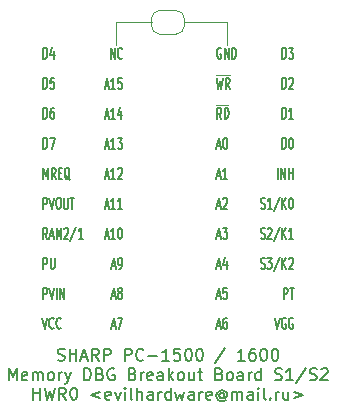
<source format=gbr>
G04 #@! TF.GenerationSoftware,KiCad,Pcbnew,(5.1.5)-3*
G04 #@! TF.CreationDate,2020-01-25T19:38:27+03:00*
G04 #@! TF.ProjectId,Sharp PC-1600 MemCard,53686172-7020-4504-932d-31363030204d,rev?*
G04 #@! TF.SameCoordinates,Original*
G04 #@! TF.FileFunction,Legend,Top*
G04 #@! TF.FilePolarity,Positive*
%FSLAX46Y46*%
G04 Gerber Fmt 4.6, Leading zero omitted, Abs format (unit mm)*
G04 Created by KiCad (PCBNEW (5.1.5)-3) date 2020-01-25 19:38:27*
%MOMM*%
%LPD*%
G04 APERTURE LIST*
%ADD10C,0.120000*%
%ADD11C,0.150000*%
G04 APERTURE END LIST*
D10*
X152908000Y-64135000D02*
X152908000Y-66040000D01*
X149352000Y-64135000D02*
X152908000Y-64135000D01*
X143510000Y-64135000D02*
X143510000Y-66040000D01*
X143637000Y-64135000D02*
X143510000Y-64135000D01*
X146558000Y-64135000D02*
X143637000Y-64135000D01*
X152019000Y-68580000D02*
X153162000Y-68580000D01*
X152019000Y-71120000D02*
X153035000Y-71120000D01*
D11*
X138621666Y-92734761D02*
X138764523Y-92782380D01*
X139002619Y-92782380D01*
X139097857Y-92734761D01*
X139145476Y-92687142D01*
X139193095Y-92591904D01*
X139193095Y-92496666D01*
X139145476Y-92401428D01*
X139097857Y-92353809D01*
X139002619Y-92306190D01*
X138812142Y-92258571D01*
X138716904Y-92210952D01*
X138669285Y-92163333D01*
X138621666Y-92068095D01*
X138621666Y-91972857D01*
X138669285Y-91877619D01*
X138716904Y-91830000D01*
X138812142Y-91782380D01*
X139050238Y-91782380D01*
X139193095Y-91830000D01*
X139621666Y-92782380D02*
X139621666Y-91782380D01*
X139621666Y-92258571D02*
X140193095Y-92258571D01*
X140193095Y-92782380D02*
X140193095Y-91782380D01*
X140621666Y-92496666D02*
X141097857Y-92496666D01*
X140526428Y-92782380D02*
X140859761Y-91782380D01*
X141193095Y-92782380D01*
X142097857Y-92782380D02*
X141764523Y-92306190D01*
X141526428Y-92782380D02*
X141526428Y-91782380D01*
X141907380Y-91782380D01*
X142002619Y-91830000D01*
X142050238Y-91877619D01*
X142097857Y-91972857D01*
X142097857Y-92115714D01*
X142050238Y-92210952D01*
X142002619Y-92258571D01*
X141907380Y-92306190D01*
X141526428Y-92306190D01*
X142526428Y-92782380D02*
X142526428Y-91782380D01*
X142907380Y-91782380D01*
X143002619Y-91830000D01*
X143050238Y-91877619D01*
X143097857Y-91972857D01*
X143097857Y-92115714D01*
X143050238Y-92210952D01*
X143002619Y-92258571D01*
X142907380Y-92306190D01*
X142526428Y-92306190D01*
X144288333Y-92782380D02*
X144288333Y-91782380D01*
X144669285Y-91782380D01*
X144764523Y-91830000D01*
X144812142Y-91877619D01*
X144859761Y-91972857D01*
X144859761Y-92115714D01*
X144812142Y-92210952D01*
X144764523Y-92258571D01*
X144669285Y-92306190D01*
X144288333Y-92306190D01*
X145859761Y-92687142D02*
X145812142Y-92734761D01*
X145669285Y-92782380D01*
X145574047Y-92782380D01*
X145431190Y-92734761D01*
X145335952Y-92639523D01*
X145288333Y-92544285D01*
X145240714Y-92353809D01*
X145240714Y-92210952D01*
X145288333Y-92020476D01*
X145335952Y-91925238D01*
X145431190Y-91830000D01*
X145574047Y-91782380D01*
X145669285Y-91782380D01*
X145812142Y-91830000D01*
X145859761Y-91877619D01*
X146288333Y-92401428D02*
X147050238Y-92401428D01*
X148050238Y-92782380D02*
X147478809Y-92782380D01*
X147764523Y-92782380D02*
X147764523Y-91782380D01*
X147669285Y-91925238D01*
X147574047Y-92020476D01*
X147478809Y-92068095D01*
X148955000Y-91782380D02*
X148478809Y-91782380D01*
X148431190Y-92258571D01*
X148478809Y-92210952D01*
X148574047Y-92163333D01*
X148812142Y-92163333D01*
X148907380Y-92210952D01*
X148955000Y-92258571D01*
X149002619Y-92353809D01*
X149002619Y-92591904D01*
X148955000Y-92687142D01*
X148907380Y-92734761D01*
X148812142Y-92782380D01*
X148574047Y-92782380D01*
X148478809Y-92734761D01*
X148431190Y-92687142D01*
X149621666Y-91782380D02*
X149716904Y-91782380D01*
X149812142Y-91830000D01*
X149859761Y-91877619D01*
X149907380Y-91972857D01*
X149955000Y-92163333D01*
X149955000Y-92401428D01*
X149907380Y-92591904D01*
X149859761Y-92687142D01*
X149812142Y-92734761D01*
X149716904Y-92782380D01*
X149621666Y-92782380D01*
X149526428Y-92734761D01*
X149478809Y-92687142D01*
X149431190Y-92591904D01*
X149383571Y-92401428D01*
X149383571Y-92163333D01*
X149431190Y-91972857D01*
X149478809Y-91877619D01*
X149526428Y-91830000D01*
X149621666Y-91782380D01*
X150574047Y-91782380D02*
X150669285Y-91782380D01*
X150764523Y-91830000D01*
X150812142Y-91877619D01*
X150859761Y-91972857D01*
X150907380Y-92163333D01*
X150907380Y-92401428D01*
X150859761Y-92591904D01*
X150812142Y-92687142D01*
X150764523Y-92734761D01*
X150669285Y-92782380D01*
X150574047Y-92782380D01*
X150478809Y-92734761D01*
X150431190Y-92687142D01*
X150383571Y-92591904D01*
X150335952Y-92401428D01*
X150335952Y-92163333D01*
X150383571Y-91972857D01*
X150431190Y-91877619D01*
X150478809Y-91830000D01*
X150574047Y-91782380D01*
X152812142Y-91734761D02*
X151955000Y-93020476D01*
X154431190Y-92782380D02*
X153859761Y-92782380D01*
X154145476Y-92782380D02*
X154145476Y-91782380D01*
X154050238Y-91925238D01*
X153955000Y-92020476D01*
X153859761Y-92068095D01*
X155288333Y-91782380D02*
X155097857Y-91782380D01*
X155002619Y-91830000D01*
X154955000Y-91877619D01*
X154859761Y-92020476D01*
X154812142Y-92210952D01*
X154812142Y-92591904D01*
X154859761Y-92687142D01*
X154907380Y-92734761D01*
X155002619Y-92782380D01*
X155193095Y-92782380D01*
X155288333Y-92734761D01*
X155335952Y-92687142D01*
X155383571Y-92591904D01*
X155383571Y-92353809D01*
X155335952Y-92258571D01*
X155288333Y-92210952D01*
X155193095Y-92163333D01*
X155002619Y-92163333D01*
X154907380Y-92210952D01*
X154859761Y-92258571D01*
X154812142Y-92353809D01*
X156002619Y-91782380D02*
X156097857Y-91782380D01*
X156193095Y-91830000D01*
X156240714Y-91877619D01*
X156288333Y-91972857D01*
X156335952Y-92163333D01*
X156335952Y-92401428D01*
X156288333Y-92591904D01*
X156240714Y-92687142D01*
X156193095Y-92734761D01*
X156097857Y-92782380D01*
X156002619Y-92782380D01*
X155907380Y-92734761D01*
X155859761Y-92687142D01*
X155812142Y-92591904D01*
X155764523Y-92401428D01*
X155764523Y-92163333D01*
X155812142Y-91972857D01*
X155859761Y-91877619D01*
X155907380Y-91830000D01*
X156002619Y-91782380D01*
X156955000Y-91782380D02*
X157050238Y-91782380D01*
X157145476Y-91830000D01*
X157193095Y-91877619D01*
X157240714Y-91972857D01*
X157288333Y-92163333D01*
X157288333Y-92401428D01*
X157240714Y-92591904D01*
X157193095Y-92687142D01*
X157145476Y-92734761D01*
X157050238Y-92782380D01*
X156955000Y-92782380D01*
X156859761Y-92734761D01*
X156812142Y-92687142D01*
X156764523Y-92591904D01*
X156716904Y-92401428D01*
X156716904Y-92163333D01*
X156764523Y-91972857D01*
X156812142Y-91877619D01*
X156859761Y-91830000D01*
X156955000Y-91782380D01*
X134478809Y-94432380D02*
X134478809Y-93432380D01*
X134812142Y-94146666D01*
X135145476Y-93432380D01*
X135145476Y-94432380D01*
X136002619Y-94384761D02*
X135907380Y-94432380D01*
X135716904Y-94432380D01*
X135621666Y-94384761D01*
X135574047Y-94289523D01*
X135574047Y-93908571D01*
X135621666Y-93813333D01*
X135716904Y-93765714D01*
X135907380Y-93765714D01*
X136002619Y-93813333D01*
X136050238Y-93908571D01*
X136050238Y-94003809D01*
X135574047Y-94099047D01*
X136478809Y-94432380D02*
X136478809Y-93765714D01*
X136478809Y-93860952D02*
X136526428Y-93813333D01*
X136621666Y-93765714D01*
X136764523Y-93765714D01*
X136859761Y-93813333D01*
X136907380Y-93908571D01*
X136907380Y-94432380D01*
X136907380Y-93908571D02*
X136954999Y-93813333D01*
X137050238Y-93765714D01*
X137193095Y-93765714D01*
X137288333Y-93813333D01*
X137335952Y-93908571D01*
X137335952Y-94432380D01*
X137954999Y-94432380D02*
X137859761Y-94384761D01*
X137812142Y-94337142D01*
X137764523Y-94241904D01*
X137764523Y-93956190D01*
X137812142Y-93860952D01*
X137859761Y-93813333D01*
X137954999Y-93765714D01*
X138097857Y-93765714D01*
X138193095Y-93813333D01*
X138240714Y-93860952D01*
X138288333Y-93956190D01*
X138288333Y-94241904D01*
X138240714Y-94337142D01*
X138193095Y-94384761D01*
X138097857Y-94432380D01*
X137954999Y-94432380D01*
X138716904Y-94432380D02*
X138716904Y-93765714D01*
X138716904Y-93956190D02*
X138764523Y-93860952D01*
X138812142Y-93813333D01*
X138907380Y-93765714D01*
X139002619Y-93765714D01*
X139240714Y-93765714D02*
X139478809Y-94432380D01*
X139716904Y-93765714D02*
X139478809Y-94432380D01*
X139383571Y-94670476D01*
X139335952Y-94718095D01*
X139240714Y-94765714D01*
X140859761Y-94432380D02*
X140859761Y-93432380D01*
X141097857Y-93432380D01*
X141240714Y-93480000D01*
X141335952Y-93575238D01*
X141383571Y-93670476D01*
X141431190Y-93860952D01*
X141431190Y-94003809D01*
X141383571Y-94194285D01*
X141335952Y-94289523D01*
X141240714Y-94384761D01*
X141097857Y-94432380D01*
X140859761Y-94432380D01*
X142193095Y-93908571D02*
X142335952Y-93956190D01*
X142383571Y-94003809D01*
X142431190Y-94099047D01*
X142431190Y-94241904D01*
X142383571Y-94337142D01*
X142335952Y-94384761D01*
X142240714Y-94432380D01*
X141859761Y-94432380D01*
X141859761Y-93432380D01*
X142193095Y-93432380D01*
X142288333Y-93480000D01*
X142335952Y-93527619D01*
X142383571Y-93622857D01*
X142383571Y-93718095D01*
X142335952Y-93813333D01*
X142288333Y-93860952D01*
X142193095Y-93908571D01*
X141859761Y-93908571D01*
X143383571Y-93480000D02*
X143288333Y-93432380D01*
X143145476Y-93432380D01*
X143002619Y-93480000D01*
X142907380Y-93575238D01*
X142859761Y-93670476D01*
X142812142Y-93860952D01*
X142812142Y-94003809D01*
X142859761Y-94194285D01*
X142907380Y-94289523D01*
X143002619Y-94384761D01*
X143145476Y-94432380D01*
X143240714Y-94432380D01*
X143383571Y-94384761D01*
X143431190Y-94337142D01*
X143431190Y-94003809D01*
X143240714Y-94003809D01*
X144954999Y-93908571D02*
X145097857Y-93956190D01*
X145145476Y-94003809D01*
X145193095Y-94099047D01*
X145193095Y-94241904D01*
X145145476Y-94337142D01*
X145097857Y-94384761D01*
X145002619Y-94432380D01*
X144621666Y-94432380D01*
X144621666Y-93432380D01*
X144954999Y-93432380D01*
X145050238Y-93480000D01*
X145097857Y-93527619D01*
X145145476Y-93622857D01*
X145145476Y-93718095D01*
X145097857Y-93813333D01*
X145050238Y-93860952D01*
X144954999Y-93908571D01*
X144621666Y-93908571D01*
X145621666Y-94432380D02*
X145621666Y-93765714D01*
X145621666Y-93956190D02*
X145669285Y-93860952D01*
X145716904Y-93813333D01*
X145812142Y-93765714D01*
X145907380Y-93765714D01*
X146621666Y-94384761D02*
X146526428Y-94432380D01*
X146335952Y-94432380D01*
X146240714Y-94384761D01*
X146193095Y-94289523D01*
X146193095Y-93908571D01*
X146240714Y-93813333D01*
X146335952Y-93765714D01*
X146526428Y-93765714D01*
X146621666Y-93813333D01*
X146669285Y-93908571D01*
X146669285Y-94003809D01*
X146193095Y-94099047D01*
X147526428Y-94432380D02*
X147526428Y-93908571D01*
X147478809Y-93813333D01*
X147383571Y-93765714D01*
X147193095Y-93765714D01*
X147097857Y-93813333D01*
X147526428Y-94384761D02*
X147431190Y-94432380D01*
X147193095Y-94432380D01*
X147097857Y-94384761D01*
X147050238Y-94289523D01*
X147050238Y-94194285D01*
X147097857Y-94099047D01*
X147193095Y-94051428D01*
X147431190Y-94051428D01*
X147526428Y-94003809D01*
X148002619Y-94432380D02*
X148002619Y-93432380D01*
X148097857Y-94051428D02*
X148383571Y-94432380D01*
X148383571Y-93765714D02*
X148002619Y-94146666D01*
X148954999Y-94432380D02*
X148859761Y-94384761D01*
X148812142Y-94337142D01*
X148764523Y-94241904D01*
X148764523Y-93956190D01*
X148812142Y-93860952D01*
X148859761Y-93813333D01*
X148954999Y-93765714D01*
X149097857Y-93765714D01*
X149193095Y-93813333D01*
X149240714Y-93860952D01*
X149288333Y-93956190D01*
X149288333Y-94241904D01*
X149240714Y-94337142D01*
X149193095Y-94384761D01*
X149097857Y-94432380D01*
X148954999Y-94432380D01*
X150145476Y-93765714D02*
X150145476Y-94432380D01*
X149716904Y-93765714D02*
X149716904Y-94289523D01*
X149764523Y-94384761D01*
X149859761Y-94432380D01*
X150002619Y-94432380D01*
X150097857Y-94384761D01*
X150145476Y-94337142D01*
X150478809Y-93765714D02*
X150859761Y-93765714D01*
X150621666Y-93432380D02*
X150621666Y-94289523D01*
X150669285Y-94384761D01*
X150764523Y-94432380D01*
X150859761Y-94432380D01*
X152288333Y-93908571D02*
X152431190Y-93956190D01*
X152478809Y-94003809D01*
X152526428Y-94099047D01*
X152526428Y-94241904D01*
X152478809Y-94337142D01*
X152431190Y-94384761D01*
X152335952Y-94432380D01*
X151954999Y-94432380D01*
X151954999Y-93432380D01*
X152288333Y-93432380D01*
X152383571Y-93480000D01*
X152431190Y-93527619D01*
X152478809Y-93622857D01*
X152478809Y-93718095D01*
X152431190Y-93813333D01*
X152383571Y-93860952D01*
X152288333Y-93908571D01*
X151954999Y-93908571D01*
X153097857Y-94432380D02*
X153002619Y-94384761D01*
X152954999Y-94337142D01*
X152907380Y-94241904D01*
X152907380Y-93956190D01*
X152954999Y-93860952D01*
X153002619Y-93813333D01*
X153097857Y-93765714D01*
X153240714Y-93765714D01*
X153335952Y-93813333D01*
X153383571Y-93860952D01*
X153431190Y-93956190D01*
X153431190Y-94241904D01*
X153383571Y-94337142D01*
X153335952Y-94384761D01*
X153240714Y-94432380D01*
X153097857Y-94432380D01*
X154288333Y-94432380D02*
X154288333Y-93908571D01*
X154240714Y-93813333D01*
X154145476Y-93765714D01*
X153954999Y-93765714D01*
X153859761Y-93813333D01*
X154288333Y-94384761D02*
X154193095Y-94432380D01*
X153954999Y-94432380D01*
X153859761Y-94384761D01*
X153812142Y-94289523D01*
X153812142Y-94194285D01*
X153859761Y-94099047D01*
X153954999Y-94051428D01*
X154193095Y-94051428D01*
X154288333Y-94003809D01*
X154764523Y-94432380D02*
X154764523Y-93765714D01*
X154764523Y-93956190D02*
X154812142Y-93860952D01*
X154859761Y-93813333D01*
X154954999Y-93765714D01*
X155050238Y-93765714D01*
X155812142Y-94432380D02*
X155812142Y-93432380D01*
X155812142Y-94384761D02*
X155716904Y-94432380D01*
X155526428Y-94432380D01*
X155431190Y-94384761D01*
X155383571Y-94337142D01*
X155335952Y-94241904D01*
X155335952Y-93956190D01*
X155383571Y-93860952D01*
X155431190Y-93813333D01*
X155526428Y-93765714D01*
X155716904Y-93765714D01*
X155812142Y-93813333D01*
X157002619Y-94384761D02*
X157145476Y-94432380D01*
X157383571Y-94432380D01*
X157478809Y-94384761D01*
X157526428Y-94337142D01*
X157574047Y-94241904D01*
X157574047Y-94146666D01*
X157526428Y-94051428D01*
X157478809Y-94003809D01*
X157383571Y-93956190D01*
X157193095Y-93908571D01*
X157097857Y-93860952D01*
X157050238Y-93813333D01*
X157002619Y-93718095D01*
X157002619Y-93622857D01*
X157050238Y-93527619D01*
X157097857Y-93480000D01*
X157193095Y-93432380D01*
X157431190Y-93432380D01*
X157574047Y-93480000D01*
X158526428Y-94432380D02*
X157954999Y-94432380D01*
X158240714Y-94432380D02*
X158240714Y-93432380D01*
X158145476Y-93575238D01*
X158050238Y-93670476D01*
X157954999Y-93718095D01*
X159669285Y-93384761D02*
X158812142Y-94670476D01*
X159954999Y-94384761D02*
X160097857Y-94432380D01*
X160335952Y-94432380D01*
X160431190Y-94384761D01*
X160478809Y-94337142D01*
X160526428Y-94241904D01*
X160526428Y-94146666D01*
X160478809Y-94051428D01*
X160431190Y-94003809D01*
X160335952Y-93956190D01*
X160145476Y-93908571D01*
X160050238Y-93860952D01*
X160002619Y-93813333D01*
X159954999Y-93718095D01*
X159954999Y-93622857D01*
X160002619Y-93527619D01*
X160050238Y-93480000D01*
X160145476Y-93432380D01*
X160383571Y-93432380D01*
X160526428Y-93480000D01*
X160907380Y-93527619D02*
X160954999Y-93480000D01*
X161050238Y-93432380D01*
X161288333Y-93432380D01*
X161383571Y-93480000D01*
X161431190Y-93527619D01*
X161478809Y-93622857D01*
X161478809Y-93718095D01*
X161431190Y-93860952D01*
X160859761Y-94432380D01*
X161478809Y-94432380D01*
X136550238Y-96082380D02*
X136550238Y-95082380D01*
X136550238Y-95558571D02*
X137121666Y-95558571D01*
X137121666Y-96082380D02*
X137121666Y-95082380D01*
X137502619Y-95082380D02*
X137740714Y-96082380D01*
X137931190Y-95368095D01*
X138121666Y-96082380D01*
X138359761Y-95082380D01*
X139312142Y-96082380D02*
X138978809Y-95606190D01*
X138740714Y-96082380D02*
X138740714Y-95082380D01*
X139121666Y-95082380D01*
X139216904Y-95130000D01*
X139264523Y-95177619D01*
X139312142Y-95272857D01*
X139312142Y-95415714D01*
X139264523Y-95510952D01*
X139216904Y-95558571D01*
X139121666Y-95606190D01*
X138740714Y-95606190D01*
X139931190Y-95082380D02*
X140026428Y-95082380D01*
X140121666Y-95130000D01*
X140169285Y-95177619D01*
X140216904Y-95272857D01*
X140264523Y-95463333D01*
X140264523Y-95701428D01*
X140216904Y-95891904D01*
X140169285Y-95987142D01*
X140121666Y-96034761D01*
X140026428Y-96082380D01*
X139931190Y-96082380D01*
X139835952Y-96034761D01*
X139788333Y-95987142D01*
X139740714Y-95891904D01*
X139693095Y-95701428D01*
X139693095Y-95463333D01*
X139740714Y-95272857D01*
X139788333Y-95177619D01*
X139835952Y-95130000D01*
X139931190Y-95082380D01*
X142216904Y-95415714D02*
X141455000Y-95701428D01*
X142216904Y-95987142D01*
X143074047Y-96034761D02*
X142978809Y-96082380D01*
X142788333Y-96082380D01*
X142693095Y-96034761D01*
X142645476Y-95939523D01*
X142645476Y-95558571D01*
X142693095Y-95463333D01*
X142788333Y-95415714D01*
X142978809Y-95415714D01*
X143074047Y-95463333D01*
X143121666Y-95558571D01*
X143121666Y-95653809D01*
X142645476Y-95749047D01*
X143455000Y-95415714D02*
X143693095Y-96082380D01*
X143931190Y-95415714D01*
X144312142Y-96082380D02*
X144312142Y-95415714D01*
X144312142Y-95082380D02*
X144264523Y-95130000D01*
X144312142Y-95177619D01*
X144359761Y-95130000D01*
X144312142Y-95082380D01*
X144312142Y-95177619D01*
X144931190Y-96082380D02*
X144835952Y-96034761D01*
X144788333Y-95939523D01*
X144788333Y-95082380D01*
X145312142Y-96082380D02*
X145312142Y-95082380D01*
X145740714Y-96082380D02*
X145740714Y-95558571D01*
X145693095Y-95463333D01*
X145597857Y-95415714D01*
X145455000Y-95415714D01*
X145359761Y-95463333D01*
X145312142Y-95510952D01*
X146645476Y-96082380D02*
X146645476Y-95558571D01*
X146597857Y-95463333D01*
X146502619Y-95415714D01*
X146312142Y-95415714D01*
X146216904Y-95463333D01*
X146645476Y-96034761D02*
X146550238Y-96082380D01*
X146312142Y-96082380D01*
X146216904Y-96034761D01*
X146169285Y-95939523D01*
X146169285Y-95844285D01*
X146216904Y-95749047D01*
X146312142Y-95701428D01*
X146550238Y-95701428D01*
X146645476Y-95653809D01*
X147121666Y-96082380D02*
X147121666Y-95415714D01*
X147121666Y-95606190D02*
X147169285Y-95510952D01*
X147216904Y-95463333D01*
X147312142Y-95415714D01*
X147407380Y-95415714D01*
X148169285Y-96082380D02*
X148169285Y-95082380D01*
X148169285Y-96034761D02*
X148074047Y-96082380D01*
X147883571Y-96082380D01*
X147788333Y-96034761D01*
X147740714Y-95987142D01*
X147693095Y-95891904D01*
X147693095Y-95606190D01*
X147740714Y-95510952D01*
X147788333Y-95463333D01*
X147883571Y-95415714D01*
X148074047Y-95415714D01*
X148169285Y-95463333D01*
X148550238Y-95415714D02*
X148740714Y-96082380D01*
X148931190Y-95606190D01*
X149121666Y-96082380D01*
X149312142Y-95415714D01*
X150121666Y-96082380D02*
X150121666Y-95558571D01*
X150074047Y-95463333D01*
X149978809Y-95415714D01*
X149788333Y-95415714D01*
X149693095Y-95463333D01*
X150121666Y-96034761D02*
X150026428Y-96082380D01*
X149788333Y-96082380D01*
X149693095Y-96034761D01*
X149645476Y-95939523D01*
X149645476Y-95844285D01*
X149693095Y-95749047D01*
X149788333Y-95701428D01*
X150026428Y-95701428D01*
X150121666Y-95653809D01*
X150597857Y-96082380D02*
X150597857Y-95415714D01*
X150597857Y-95606190D02*
X150645476Y-95510952D01*
X150693095Y-95463333D01*
X150788333Y-95415714D01*
X150883571Y-95415714D01*
X151597857Y-96034761D02*
X151502619Y-96082380D01*
X151312142Y-96082380D01*
X151216904Y-96034761D01*
X151169285Y-95939523D01*
X151169285Y-95558571D01*
X151216904Y-95463333D01*
X151312142Y-95415714D01*
X151502619Y-95415714D01*
X151597857Y-95463333D01*
X151645476Y-95558571D01*
X151645476Y-95653809D01*
X151169285Y-95749047D01*
X152693095Y-95606190D02*
X152645476Y-95558571D01*
X152550238Y-95510952D01*
X152455000Y-95510952D01*
X152359761Y-95558571D01*
X152312142Y-95606190D01*
X152264523Y-95701428D01*
X152264523Y-95796666D01*
X152312142Y-95891904D01*
X152359761Y-95939523D01*
X152455000Y-95987142D01*
X152550238Y-95987142D01*
X152645476Y-95939523D01*
X152693095Y-95891904D01*
X152693095Y-95510952D02*
X152693095Y-95891904D01*
X152740714Y-95939523D01*
X152788333Y-95939523D01*
X152883571Y-95891904D01*
X152931190Y-95796666D01*
X152931190Y-95558571D01*
X152835952Y-95415714D01*
X152693095Y-95320476D01*
X152502619Y-95272857D01*
X152312142Y-95320476D01*
X152169285Y-95415714D01*
X152074047Y-95558571D01*
X152026428Y-95749047D01*
X152074047Y-95939523D01*
X152169285Y-96082380D01*
X152312142Y-96177619D01*
X152502619Y-96225238D01*
X152693095Y-96177619D01*
X152835952Y-96082380D01*
X153359761Y-96082380D02*
X153359761Y-95415714D01*
X153359761Y-95510952D02*
X153407380Y-95463333D01*
X153502619Y-95415714D01*
X153645476Y-95415714D01*
X153740714Y-95463333D01*
X153788333Y-95558571D01*
X153788333Y-96082380D01*
X153788333Y-95558571D02*
X153835952Y-95463333D01*
X153931190Y-95415714D01*
X154074047Y-95415714D01*
X154169285Y-95463333D01*
X154216904Y-95558571D01*
X154216904Y-96082380D01*
X155121666Y-96082380D02*
X155121666Y-95558571D01*
X155074047Y-95463333D01*
X154978809Y-95415714D01*
X154788333Y-95415714D01*
X154693095Y-95463333D01*
X155121666Y-96034761D02*
X155026428Y-96082380D01*
X154788333Y-96082380D01*
X154693095Y-96034761D01*
X154645476Y-95939523D01*
X154645476Y-95844285D01*
X154693095Y-95749047D01*
X154788333Y-95701428D01*
X155026428Y-95701428D01*
X155121666Y-95653809D01*
X155597857Y-96082380D02*
X155597857Y-95415714D01*
X155597857Y-95082380D02*
X155550238Y-95130000D01*
X155597857Y-95177619D01*
X155645476Y-95130000D01*
X155597857Y-95082380D01*
X155597857Y-95177619D01*
X156216904Y-96082380D02*
X156121666Y-96034761D01*
X156074047Y-95939523D01*
X156074047Y-95082380D01*
X156597857Y-95987142D02*
X156645476Y-96034761D01*
X156597857Y-96082380D01*
X156550238Y-96034761D01*
X156597857Y-95987142D01*
X156597857Y-96082380D01*
X157074047Y-96082380D02*
X157074047Y-95415714D01*
X157074047Y-95606190D02*
X157121666Y-95510952D01*
X157169285Y-95463333D01*
X157264523Y-95415714D01*
X157359761Y-95415714D01*
X158121666Y-95415714D02*
X158121666Y-96082380D01*
X157693095Y-95415714D02*
X157693095Y-95939523D01*
X157740714Y-96034761D01*
X157835952Y-96082380D01*
X157978809Y-96082380D01*
X158074047Y-96034761D01*
X158121666Y-95987142D01*
X158597857Y-95415714D02*
X159359761Y-95701428D01*
X158597857Y-95987142D01*
X156995357Y-89169142D02*
X157195357Y-90069142D01*
X157395357Y-89169142D01*
X157909642Y-89212000D02*
X157852500Y-89169142D01*
X157766785Y-89169142D01*
X157681071Y-89212000D01*
X157623928Y-89297714D01*
X157595357Y-89383428D01*
X157566785Y-89554857D01*
X157566785Y-89683428D01*
X157595357Y-89854857D01*
X157623928Y-89940571D01*
X157681071Y-90026285D01*
X157766785Y-90069142D01*
X157823928Y-90069142D01*
X157909642Y-90026285D01*
X157938214Y-89983428D01*
X157938214Y-89683428D01*
X157823928Y-89683428D01*
X158509642Y-89212000D02*
X158452500Y-89169142D01*
X158366785Y-89169142D01*
X158281071Y-89212000D01*
X158223928Y-89297714D01*
X158195357Y-89383428D01*
X158166785Y-89554857D01*
X158166785Y-89683428D01*
X158195357Y-89854857D01*
X158223928Y-89940571D01*
X158281071Y-90026285D01*
X158366785Y-90069142D01*
X158423928Y-90069142D01*
X158509642Y-90026285D01*
X158538214Y-89983428D01*
X158538214Y-89683428D01*
X158423928Y-89683428D01*
X157738214Y-87529142D02*
X157738214Y-86629142D01*
X157966785Y-86629142D01*
X158023928Y-86672000D01*
X158052500Y-86714857D01*
X158081071Y-86800571D01*
X158081071Y-86929142D01*
X158052500Y-87014857D01*
X158023928Y-87057714D01*
X157966785Y-87100571D01*
X157738214Y-87100571D01*
X158252500Y-86629142D02*
X158595357Y-86629142D01*
X158423928Y-87529142D02*
X158423928Y-86629142D01*
X155823928Y-84946285D02*
X155909642Y-84989142D01*
X156052500Y-84989142D01*
X156109642Y-84946285D01*
X156138214Y-84903428D01*
X156166785Y-84817714D01*
X156166785Y-84732000D01*
X156138214Y-84646285D01*
X156109642Y-84603428D01*
X156052500Y-84560571D01*
X155938214Y-84517714D01*
X155881071Y-84474857D01*
X155852500Y-84432000D01*
X155823928Y-84346285D01*
X155823928Y-84260571D01*
X155852500Y-84174857D01*
X155881071Y-84132000D01*
X155938214Y-84089142D01*
X156081071Y-84089142D01*
X156166785Y-84132000D01*
X156366785Y-84089142D02*
X156738214Y-84089142D01*
X156538214Y-84432000D01*
X156623928Y-84432000D01*
X156681071Y-84474857D01*
X156709642Y-84517714D01*
X156738214Y-84603428D01*
X156738214Y-84817714D01*
X156709642Y-84903428D01*
X156681071Y-84946285D01*
X156623928Y-84989142D01*
X156452500Y-84989142D01*
X156395357Y-84946285D01*
X156366785Y-84903428D01*
X157423928Y-84046285D02*
X156909642Y-85203428D01*
X157623928Y-84989142D02*
X157623928Y-84089142D01*
X157966785Y-84989142D02*
X157709642Y-84474857D01*
X157966785Y-84089142D02*
X157623928Y-84603428D01*
X158195357Y-84174857D02*
X158223928Y-84132000D01*
X158281071Y-84089142D01*
X158423928Y-84089142D01*
X158481071Y-84132000D01*
X158509642Y-84174857D01*
X158538214Y-84260571D01*
X158538214Y-84346285D01*
X158509642Y-84474857D01*
X158166785Y-84989142D01*
X158538214Y-84989142D01*
X155823928Y-82406285D02*
X155909642Y-82449142D01*
X156052500Y-82449142D01*
X156109642Y-82406285D01*
X156138214Y-82363428D01*
X156166785Y-82277714D01*
X156166785Y-82192000D01*
X156138214Y-82106285D01*
X156109642Y-82063428D01*
X156052500Y-82020571D01*
X155938214Y-81977714D01*
X155881071Y-81934857D01*
X155852500Y-81892000D01*
X155823928Y-81806285D01*
X155823928Y-81720571D01*
X155852500Y-81634857D01*
X155881071Y-81592000D01*
X155938214Y-81549142D01*
X156081071Y-81549142D01*
X156166785Y-81592000D01*
X156395357Y-81634857D02*
X156423928Y-81592000D01*
X156481071Y-81549142D01*
X156623928Y-81549142D01*
X156681071Y-81592000D01*
X156709642Y-81634857D01*
X156738214Y-81720571D01*
X156738214Y-81806285D01*
X156709642Y-81934857D01*
X156366785Y-82449142D01*
X156738214Y-82449142D01*
X157423928Y-81506285D02*
X156909642Y-82663428D01*
X157623928Y-82449142D02*
X157623928Y-81549142D01*
X157966785Y-82449142D02*
X157709642Y-81934857D01*
X157966785Y-81549142D02*
X157623928Y-82063428D01*
X158538214Y-82449142D02*
X158195357Y-82449142D01*
X158366785Y-82449142D02*
X158366785Y-81549142D01*
X158309642Y-81677714D01*
X158252500Y-81763428D01*
X158195357Y-81806285D01*
X155823928Y-79866285D02*
X155909642Y-79909142D01*
X156052500Y-79909142D01*
X156109642Y-79866285D01*
X156138214Y-79823428D01*
X156166785Y-79737714D01*
X156166785Y-79652000D01*
X156138214Y-79566285D01*
X156109642Y-79523428D01*
X156052500Y-79480571D01*
X155938214Y-79437714D01*
X155881071Y-79394857D01*
X155852500Y-79352000D01*
X155823928Y-79266285D01*
X155823928Y-79180571D01*
X155852500Y-79094857D01*
X155881071Y-79052000D01*
X155938214Y-79009142D01*
X156081071Y-79009142D01*
X156166785Y-79052000D01*
X156738214Y-79909142D02*
X156395357Y-79909142D01*
X156566785Y-79909142D02*
X156566785Y-79009142D01*
X156509642Y-79137714D01*
X156452500Y-79223428D01*
X156395357Y-79266285D01*
X157423928Y-78966285D02*
X156909642Y-80123428D01*
X157623928Y-79909142D02*
X157623928Y-79009142D01*
X157966785Y-79909142D02*
X157709642Y-79394857D01*
X157966785Y-79009142D02*
X157623928Y-79523428D01*
X158338214Y-79009142D02*
X158395357Y-79009142D01*
X158452500Y-79052000D01*
X158481071Y-79094857D01*
X158509642Y-79180571D01*
X158538214Y-79352000D01*
X158538214Y-79566285D01*
X158509642Y-79737714D01*
X158481071Y-79823428D01*
X158452500Y-79866285D01*
X158395357Y-79909142D01*
X158338214Y-79909142D01*
X158281071Y-79866285D01*
X158252500Y-79823428D01*
X158223928Y-79737714D01*
X158195357Y-79566285D01*
X158195357Y-79352000D01*
X158223928Y-79180571D01*
X158252500Y-79094857D01*
X158281071Y-79052000D01*
X158338214Y-79009142D01*
X157252500Y-77369142D02*
X157252500Y-76469142D01*
X157538214Y-77369142D02*
X157538214Y-76469142D01*
X157881071Y-77369142D01*
X157881071Y-76469142D01*
X158166785Y-77369142D02*
X158166785Y-76469142D01*
X158166785Y-76897714D02*
X158509642Y-76897714D01*
X158509642Y-77369142D02*
X158509642Y-76469142D01*
X157623928Y-74829142D02*
X157623928Y-73929142D01*
X157766785Y-73929142D01*
X157852500Y-73972000D01*
X157909642Y-74057714D01*
X157938214Y-74143428D01*
X157966785Y-74314857D01*
X157966785Y-74443428D01*
X157938214Y-74614857D01*
X157909642Y-74700571D01*
X157852500Y-74786285D01*
X157766785Y-74829142D01*
X157623928Y-74829142D01*
X158338214Y-73929142D02*
X158395357Y-73929142D01*
X158452500Y-73972000D01*
X158481071Y-74014857D01*
X158509642Y-74100571D01*
X158538214Y-74272000D01*
X158538214Y-74486285D01*
X158509642Y-74657714D01*
X158481071Y-74743428D01*
X158452500Y-74786285D01*
X158395357Y-74829142D01*
X158338214Y-74829142D01*
X158281071Y-74786285D01*
X158252500Y-74743428D01*
X158223928Y-74657714D01*
X158195357Y-74486285D01*
X158195357Y-74272000D01*
X158223928Y-74100571D01*
X158252500Y-74014857D01*
X158281071Y-73972000D01*
X158338214Y-73929142D01*
X157623928Y-72289142D02*
X157623928Y-71389142D01*
X157766785Y-71389142D01*
X157852500Y-71432000D01*
X157909642Y-71517714D01*
X157938214Y-71603428D01*
X157966785Y-71774857D01*
X157966785Y-71903428D01*
X157938214Y-72074857D01*
X157909642Y-72160571D01*
X157852500Y-72246285D01*
X157766785Y-72289142D01*
X157623928Y-72289142D01*
X158538214Y-72289142D02*
X158195357Y-72289142D01*
X158366785Y-72289142D02*
X158366785Y-71389142D01*
X158309642Y-71517714D01*
X158252500Y-71603428D01*
X158195357Y-71646285D01*
X157623928Y-69749142D02*
X157623928Y-68849142D01*
X157766785Y-68849142D01*
X157852500Y-68892000D01*
X157909642Y-68977714D01*
X157938214Y-69063428D01*
X157966785Y-69234857D01*
X157966785Y-69363428D01*
X157938214Y-69534857D01*
X157909642Y-69620571D01*
X157852500Y-69706285D01*
X157766785Y-69749142D01*
X157623928Y-69749142D01*
X158195357Y-68934857D02*
X158223928Y-68892000D01*
X158281071Y-68849142D01*
X158423928Y-68849142D01*
X158481071Y-68892000D01*
X158509642Y-68934857D01*
X158538214Y-69020571D01*
X158538214Y-69106285D01*
X158509642Y-69234857D01*
X158166785Y-69749142D01*
X158538214Y-69749142D01*
X157623928Y-67209142D02*
X157623928Y-66309142D01*
X157766785Y-66309142D01*
X157852500Y-66352000D01*
X157909642Y-66437714D01*
X157938214Y-66523428D01*
X157966785Y-66694857D01*
X157966785Y-66823428D01*
X157938214Y-66994857D01*
X157909642Y-67080571D01*
X157852500Y-67166285D01*
X157766785Y-67209142D01*
X157623928Y-67209142D01*
X158166785Y-66309142D02*
X158538214Y-66309142D01*
X158338214Y-66652000D01*
X158423928Y-66652000D01*
X158481071Y-66694857D01*
X158509642Y-66737714D01*
X158538214Y-66823428D01*
X158538214Y-67037714D01*
X158509642Y-67123428D01*
X158481071Y-67166285D01*
X158423928Y-67209142D01*
X158252500Y-67209142D01*
X158195357Y-67166285D01*
X158166785Y-67123428D01*
X152446642Y-66352000D02*
X152389500Y-66309142D01*
X152303785Y-66309142D01*
X152218071Y-66352000D01*
X152160928Y-66437714D01*
X152132357Y-66523428D01*
X152103785Y-66694857D01*
X152103785Y-66823428D01*
X152132357Y-66994857D01*
X152160928Y-67080571D01*
X152218071Y-67166285D01*
X152303785Y-67209142D01*
X152360928Y-67209142D01*
X152446642Y-67166285D01*
X152475214Y-67123428D01*
X152475214Y-66823428D01*
X152360928Y-66823428D01*
X152732357Y-67209142D02*
X152732357Y-66309142D01*
X153075214Y-67209142D01*
X153075214Y-66309142D01*
X153360928Y-67209142D02*
X153360928Y-66309142D01*
X153503785Y-66309142D01*
X153589500Y-66352000D01*
X153646642Y-66437714D01*
X153675214Y-66523428D01*
X153703785Y-66694857D01*
X153703785Y-66823428D01*
X153675214Y-66994857D01*
X153646642Y-67080571D01*
X153589500Y-67166285D01*
X153503785Y-67209142D01*
X153360928Y-67209142D01*
X152075214Y-68849142D02*
X152218071Y-69749142D01*
X152332357Y-69106285D01*
X152446642Y-69749142D01*
X152589500Y-68849142D01*
X153160928Y-69749142D02*
X152960928Y-69320571D01*
X152818071Y-69749142D02*
X152818071Y-68849142D01*
X153046642Y-68849142D01*
X153103785Y-68892000D01*
X153132357Y-68934857D01*
X153160928Y-69020571D01*
X153160928Y-69149142D01*
X153132357Y-69234857D01*
X153103785Y-69277714D01*
X153046642Y-69320571D01*
X152818071Y-69320571D01*
X152475214Y-72289142D02*
X152275214Y-71860571D01*
X152132357Y-72289142D02*
X152132357Y-71389142D01*
X152360928Y-71389142D01*
X152418071Y-71432000D01*
X152446642Y-71474857D01*
X152475214Y-71560571D01*
X152475214Y-71689142D01*
X152446642Y-71774857D01*
X152418071Y-71817714D01*
X152360928Y-71860571D01*
X152132357Y-71860571D01*
X152732357Y-72289142D02*
X152732357Y-71389142D01*
X152875214Y-71389142D01*
X152960928Y-71432000D01*
X153018071Y-71517714D01*
X153046642Y-71603428D01*
X153075214Y-71774857D01*
X153075214Y-71903428D01*
X153046642Y-72074857D01*
X153018071Y-72160571D01*
X152960928Y-72246285D01*
X152875214Y-72289142D01*
X152732357Y-72289142D01*
X152103785Y-74572000D02*
X152389500Y-74572000D01*
X152046642Y-74829142D02*
X152246642Y-73929142D01*
X152446642Y-74829142D01*
X152760928Y-73929142D02*
X152818071Y-73929142D01*
X152875214Y-73972000D01*
X152903785Y-74014857D01*
X152932357Y-74100571D01*
X152960928Y-74272000D01*
X152960928Y-74486285D01*
X152932357Y-74657714D01*
X152903785Y-74743428D01*
X152875214Y-74786285D01*
X152818071Y-74829142D01*
X152760928Y-74829142D01*
X152703785Y-74786285D01*
X152675214Y-74743428D01*
X152646642Y-74657714D01*
X152618071Y-74486285D01*
X152618071Y-74272000D01*
X152646642Y-74100571D01*
X152675214Y-74014857D01*
X152703785Y-73972000D01*
X152760928Y-73929142D01*
X152103785Y-77112000D02*
X152389500Y-77112000D01*
X152046642Y-77369142D02*
X152246642Y-76469142D01*
X152446642Y-77369142D01*
X152960928Y-77369142D02*
X152618071Y-77369142D01*
X152789500Y-77369142D02*
X152789500Y-76469142D01*
X152732357Y-76597714D01*
X152675214Y-76683428D01*
X152618071Y-76726285D01*
X152103785Y-79652000D02*
X152389500Y-79652000D01*
X152046642Y-79909142D02*
X152246642Y-79009142D01*
X152446642Y-79909142D01*
X152618071Y-79094857D02*
X152646642Y-79052000D01*
X152703785Y-79009142D01*
X152846642Y-79009142D01*
X152903785Y-79052000D01*
X152932357Y-79094857D01*
X152960928Y-79180571D01*
X152960928Y-79266285D01*
X152932357Y-79394857D01*
X152589500Y-79909142D01*
X152960928Y-79909142D01*
X152103785Y-82192000D02*
X152389500Y-82192000D01*
X152046642Y-82449142D02*
X152246642Y-81549142D01*
X152446642Y-82449142D01*
X152589500Y-81549142D02*
X152960928Y-81549142D01*
X152760928Y-81892000D01*
X152846642Y-81892000D01*
X152903785Y-81934857D01*
X152932357Y-81977714D01*
X152960928Y-82063428D01*
X152960928Y-82277714D01*
X152932357Y-82363428D01*
X152903785Y-82406285D01*
X152846642Y-82449142D01*
X152675214Y-82449142D01*
X152618071Y-82406285D01*
X152589500Y-82363428D01*
X152103785Y-84732000D02*
X152389500Y-84732000D01*
X152046642Y-84989142D02*
X152246642Y-84089142D01*
X152446642Y-84989142D01*
X152903785Y-84389142D02*
X152903785Y-84989142D01*
X152760928Y-84046285D02*
X152618071Y-84689142D01*
X152989500Y-84689142D01*
X152103785Y-87272000D02*
X152389500Y-87272000D01*
X152046642Y-87529142D02*
X152246642Y-86629142D01*
X152446642Y-87529142D01*
X152932357Y-86629142D02*
X152646642Y-86629142D01*
X152618071Y-87057714D01*
X152646642Y-87014857D01*
X152703785Y-86972000D01*
X152846642Y-86972000D01*
X152903785Y-87014857D01*
X152932357Y-87057714D01*
X152960928Y-87143428D01*
X152960928Y-87357714D01*
X152932357Y-87443428D01*
X152903785Y-87486285D01*
X152846642Y-87529142D01*
X152703785Y-87529142D01*
X152646642Y-87486285D01*
X152618071Y-87443428D01*
X152103785Y-89812000D02*
X152389500Y-89812000D01*
X152046642Y-90069142D02*
X152246642Y-89169142D01*
X152446642Y-90069142D01*
X152903785Y-89169142D02*
X152789500Y-89169142D01*
X152732357Y-89212000D01*
X152703785Y-89254857D01*
X152646642Y-89383428D01*
X152618071Y-89554857D01*
X152618071Y-89897714D01*
X152646642Y-89983428D01*
X152675214Y-90026285D01*
X152732357Y-90069142D01*
X152846642Y-90069142D01*
X152903785Y-90026285D01*
X152932357Y-89983428D01*
X152960928Y-89897714D01*
X152960928Y-89683428D01*
X152932357Y-89597714D01*
X152903785Y-89554857D01*
X152846642Y-89512000D01*
X152732357Y-89512000D01*
X152675214Y-89554857D01*
X152646642Y-89597714D01*
X152618071Y-89683428D01*
X143203071Y-89812000D02*
X143488785Y-89812000D01*
X143145928Y-90069142D02*
X143345928Y-89169142D01*
X143545928Y-90069142D01*
X143688785Y-89169142D02*
X144088785Y-89169142D01*
X143831642Y-90069142D01*
X143203071Y-87272000D02*
X143488785Y-87272000D01*
X143145928Y-87529142D02*
X143345928Y-86629142D01*
X143545928Y-87529142D01*
X143831642Y-87014857D02*
X143774500Y-86972000D01*
X143745928Y-86929142D01*
X143717357Y-86843428D01*
X143717357Y-86800571D01*
X143745928Y-86714857D01*
X143774500Y-86672000D01*
X143831642Y-86629142D01*
X143945928Y-86629142D01*
X144003071Y-86672000D01*
X144031642Y-86714857D01*
X144060214Y-86800571D01*
X144060214Y-86843428D01*
X144031642Y-86929142D01*
X144003071Y-86972000D01*
X143945928Y-87014857D01*
X143831642Y-87014857D01*
X143774500Y-87057714D01*
X143745928Y-87100571D01*
X143717357Y-87186285D01*
X143717357Y-87357714D01*
X143745928Y-87443428D01*
X143774500Y-87486285D01*
X143831642Y-87529142D01*
X143945928Y-87529142D01*
X144003071Y-87486285D01*
X144031642Y-87443428D01*
X144060214Y-87357714D01*
X144060214Y-87186285D01*
X144031642Y-87100571D01*
X144003071Y-87057714D01*
X143945928Y-87014857D01*
X143203071Y-84732000D02*
X143488785Y-84732000D01*
X143145928Y-84989142D02*
X143345928Y-84089142D01*
X143545928Y-84989142D01*
X143774500Y-84989142D02*
X143888785Y-84989142D01*
X143945928Y-84946285D01*
X143974500Y-84903428D01*
X144031642Y-84774857D01*
X144060214Y-84603428D01*
X144060214Y-84260571D01*
X144031642Y-84174857D01*
X144003071Y-84132000D01*
X143945928Y-84089142D01*
X143831642Y-84089142D01*
X143774500Y-84132000D01*
X143745928Y-84174857D01*
X143717357Y-84260571D01*
X143717357Y-84474857D01*
X143745928Y-84560571D01*
X143774500Y-84603428D01*
X143831642Y-84646285D01*
X143945928Y-84646285D01*
X144003071Y-84603428D01*
X144031642Y-84560571D01*
X144060214Y-84474857D01*
X142631642Y-82192000D02*
X142917357Y-82192000D01*
X142574500Y-82449142D02*
X142774500Y-81549142D01*
X142974500Y-82449142D01*
X143488785Y-82449142D02*
X143145928Y-82449142D01*
X143317357Y-82449142D02*
X143317357Y-81549142D01*
X143260214Y-81677714D01*
X143203071Y-81763428D01*
X143145928Y-81806285D01*
X143860214Y-81549142D02*
X143917357Y-81549142D01*
X143974500Y-81592000D01*
X144003071Y-81634857D01*
X144031642Y-81720571D01*
X144060214Y-81892000D01*
X144060214Y-82106285D01*
X144031642Y-82277714D01*
X144003071Y-82363428D01*
X143974500Y-82406285D01*
X143917357Y-82449142D01*
X143860214Y-82449142D01*
X143803071Y-82406285D01*
X143774500Y-82363428D01*
X143745928Y-82277714D01*
X143717357Y-82106285D01*
X143717357Y-81892000D01*
X143745928Y-81720571D01*
X143774500Y-81634857D01*
X143803071Y-81592000D01*
X143860214Y-81549142D01*
X142631642Y-79652000D02*
X142917357Y-79652000D01*
X142574500Y-79909142D02*
X142774500Y-79009142D01*
X142974500Y-79909142D01*
X143488785Y-79909142D02*
X143145928Y-79909142D01*
X143317357Y-79909142D02*
X143317357Y-79009142D01*
X143260214Y-79137714D01*
X143203071Y-79223428D01*
X143145928Y-79266285D01*
X144060214Y-79909142D02*
X143717357Y-79909142D01*
X143888785Y-79909142D02*
X143888785Y-79009142D01*
X143831642Y-79137714D01*
X143774500Y-79223428D01*
X143717357Y-79266285D01*
X142631642Y-77112000D02*
X142917357Y-77112000D01*
X142574500Y-77369142D02*
X142774500Y-76469142D01*
X142974500Y-77369142D01*
X143488785Y-77369142D02*
X143145928Y-77369142D01*
X143317357Y-77369142D02*
X143317357Y-76469142D01*
X143260214Y-76597714D01*
X143203071Y-76683428D01*
X143145928Y-76726285D01*
X143717357Y-76554857D02*
X143745928Y-76512000D01*
X143803071Y-76469142D01*
X143945928Y-76469142D01*
X144003071Y-76512000D01*
X144031642Y-76554857D01*
X144060214Y-76640571D01*
X144060214Y-76726285D01*
X144031642Y-76854857D01*
X143688785Y-77369142D01*
X144060214Y-77369142D01*
X142631642Y-74572000D02*
X142917357Y-74572000D01*
X142574500Y-74829142D02*
X142774500Y-73929142D01*
X142974500Y-74829142D01*
X143488785Y-74829142D02*
X143145928Y-74829142D01*
X143317357Y-74829142D02*
X143317357Y-73929142D01*
X143260214Y-74057714D01*
X143203071Y-74143428D01*
X143145928Y-74186285D01*
X143688785Y-73929142D02*
X144060214Y-73929142D01*
X143860214Y-74272000D01*
X143945928Y-74272000D01*
X144003071Y-74314857D01*
X144031642Y-74357714D01*
X144060214Y-74443428D01*
X144060214Y-74657714D01*
X144031642Y-74743428D01*
X144003071Y-74786285D01*
X143945928Y-74829142D01*
X143774500Y-74829142D01*
X143717357Y-74786285D01*
X143688785Y-74743428D01*
X142631642Y-72032000D02*
X142917357Y-72032000D01*
X142574500Y-72289142D02*
X142774500Y-71389142D01*
X142974500Y-72289142D01*
X143488785Y-72289142D02*
X143145928Y-72289142D01*
X143317357Y-72289142D02*
X143317357Y-71389142D01*
X143260214Y-71517714D01*
X143203071Y-71603428D01*
X143145928Y-71646285D01*
X144003071Y-71689142D02*
X144003071Y-72289142D01*
X143860214Y-71346285D02*
X143717357Y-71989142D01*
X144088785Y-71989142D01*
X142631642Y-69492000D02*
X142917357Y-69492000D01*
X142574500Y-69749142D02*
X142774500Y-68849142D01*
X142974500Y-69749142D01*
X143488785Y-69749142D02*
X143145928Y-69749142D01*
X143317357Y-69749142D02*
X143317357Y-68849142D01*
X143260214Y-68977714D01*
X143203071Y-69063428D01*
X143145928Y-69106285D01*
X144031642Y-68849142D02*
X143745928Y-68849142D01*
X143717357Y-69277714D01*
X143745928Y-69234857D01*
X143803071Y-69192000D01*
X143945928Y-69192000D01*
X144003071Y-69234857D01*
X144031642Y-69277714D01*
X144060214Y-69363428D01*
X144060214Y-69577714D01*
X144031642Y-69663428D01*
X144003071Y-69706285D01*
X143945928Y-69749142D01*
X143803071Y-69749142D01*
X143745928Y-69706285D01*
X143717357Y-69663428D01*
X143088785Y-67209142D02*
X143088785Y-66309142D01*
X143431642Y-67209142D01*
X143431642Y-66309142D01*
X144060214Y-67123428D02*
X144031642Y-67166285D01*
X143945928Y-67209142D01*
X143888785Y-67209142D01*
X143803071Y-67166285D01*
X143745928Y-67080571D01*
X143717357Y-66994857D01*
X143688785Y-66823428D01*
X143688785Y-66694857D01*
X143717357Y-66523428D01*
X143745928Y-66437714D01*
X143803071Y-66352000D01*
X143888785Y-66309142D01*
X143945928Y-66309142D01*
X144031642Y-66352000D01*
X144060214Y-66394857D01*
X137400357Y-67209142D02*
X137400357Y-66309142D01*
X137543214Y-66309142D01*
X137628928Y-66352000D01*
X137686071Y-66437714D01*
X137714642Y-66523428D01*
X137743214Y-66694857D01*
X137743214Y-66823428D01*
X137714642Y-66994857D01*
X137686071Y-67080571D01*
X137628928Y-67166285D01*
X137543214Y-67209142D01*
X137400357Y-67209142D01*
X138257500Y-66609142D02*
X138257500Y-67209142D01*
X138114642Y-66266285D02*
X137971785Y-66909142D01*
X138343214Y-66909142D01*
X137400357Y-69749142D02*
X137400357Y-68849142D01*
X137543214Y-68849142D01*
X137628928Y-68892000D01*
X137686071Y-68977714D01*
X137714642Y-69063428D01*
X137743214Y-69234857D01*
X137743214Y-69363428D01*
X137714642Y-69534857D01*
X137686071Y-69620571D01*
X137628928Y-69706285D01*
X137543214Y-69749142D01*
X137400357Y-69749142D01*
X138286071Y-68849142D02*
X138000357Y-68849142D01*
X137971785Y-69277714D01*
X138000357Y-69234857D01*
X138057500Y-69192000D01*
X138200357Y-69192000D01*
X138257500Y-69234857D01*
X138286071Y-69277714D01*
X138314642Y-69363428D01*
X138314642Y-69577714D01*
X138286071Y-69663428D01*
X138257500Y-69706285D01*
X138200357Y-69749142D01*
X138057500Y-69749142D01*
X138000357Y-69706285D01*
X137971785Y-69663428D01*
X137400357Y-72289142D02*
X137400357Y-71389142D01*
X137543214Y-71389142D01*
X137628928Y-71432000D01*
X137686071Y-71517714D01*
X137714642Y-71603428D01*
X137743214Y-71774857D01*
X137743214Y-71903428D01*
X137714642Y-72074857D01*
X137686071Y-72160571D01*
X137628928Y-72246285D01*
X137543214Y-72289142D01*
X137400357Y-72289142D01*
X138257500Y-71389142D02*
X138143214Y-71389142D01*
X138086071Y-71432000D01*
X138057500Y-71474857D01*
X138000357Y-71603428D01*
X137971785Y-71774857D01*
X137971785Y-72117714D01*
X138000357Y-72203428D01*
X138028928Y-72246285D01*
X138086071Y-72289142D01*
X138200357Y-72289142D01*
X138257500Y-72246285D01*
X138286071Y-72203428D01*
X138314642Y-72117714D01*
X138314642Y-71903428D01*
X138286071Y-71817714D01*
X138257500Y-71774857D01*
X138200357Y-71732000D01*
X138086071Y-71732000D01*
X138028928Y-71774857D01*
X138000357Y-71817714D01*
X137971785Y-71903428D01*
X137400357Y-74829142D02*
X137400357Y-73929142D01*
X137543214Y-73929142D01*
X137628928Y-73972000D01*
X137686071Y-74057714D01*
X137714642Y-74143428D01*
X137743214Y-74314857D01*
X137743214Y-74443428D01*
X137714642Y-74614857D01*
X137686071Y-74700571D01*
X137628928Y-74786285D01*
X137543214Y-74829142D01*
X137400357Y-74829142D01*
X137943214Y-73929142D02*
X138343214Y-73929142D01*
X138086071Y-74829142D01*
X137400357Y-77369142D02*
X137400357Y-76469142D01*
X137600357Y-77112000D01*
X137800357Y-76469142D01*
X137800357Y-77369142D01*
X138428928Y-77369142D02*
X138228928Y-76940571D01*
X138086071Y-77369142D02*
X138086071Y-76469142D01*
X138314642Y-76469142D01*
X138371785Y-76512000D01*
X138400357Y-76554857D01*
X138428928Y-76640571D01*
X138428928Y-76769142D01*
X138400357Y-76854857D01*
X138371785Y-76897714D01*
X138314642Y-76940571D01*
X138086071Y-76940571D01*
X138686071Y-76897714D02*
X138886071Y-76897714D01*
X138971785Y-77369142D02*
X138686071Y-77369142D01*
X138686071Y-76469142D01*
X138971785Y-76469142D01*
X139628928Y-77454857D02*
X139571785Y-77412000D01*
X139514642Y-77326285D01*
X139428928Y-77197714D01*
X139371785Y-77154857D01*
X139314642Y-77154857D01*
X139343214Y-77369142D02*
X139286071Y-77326285D01*
X139228928Y-77240571D01*
X139200357Y-77069142D01*
X139200357Y-76769142D01*
X139228928Y-76597714D01*
X139286071Y-76512000D01*
X139343214Y-76469142D01*
X139457500Y-76469142D01*
X139514642Y-76512000D01*
X139571785Y-76597714D01*
X139600357Y-76769142D01*
X139600357Y-77069142D01*
X139571785Y-77240571D01*
X139514642Y-77326285D01*
X139457500Y-77369142D01*
X139343214Y-77369142D01*
X137400357Y-79909142D02*
X137400357Y-79009142D01*
X137628928Y-79009142D01*
X137686071Y-79052000D01*
X137714642Y-79094857D01*
X137743214Y-79180571D01*
X137743214Y-79309142D01*
X137714642Y-79394857D01*
X137686071Y-79437714D01*
X137628928Y-79480571D01*
X137400357Y-79480571D01*
X137914642Y-79009142D02*
X138114642Y-79909142D01*
X138314642Y-79009142D01*
X138628928Y-79009142D02*
X138743214Y-79009142D01*
X138800357Y-79052000D01*
X138857500Y-79137714D01*
X138886071Y-79309142D01*
X138886071Y-79609142D01*
X138857500Y-79780571D01*
X138800357Y-79866285D01*
X138743214Y-79909142D01*
X138628928Y-79909142D01*
X138571785Y-79866285D01*
X138514642Y-79780571D01*
X138486071Y-79609142D01*
X138486071Y-79309142D01*
X138514642Y-79137714D01*
X138571785Y-79052000D01*
X138628928Y-79009142D01*
X139143214Y-79009142D02*
X139143214Y-79737714D01*
X139171785Y-79823428D01*
X139200357Y-79866285D01*
X139257500Y-79909142D01*
X139371785Y-79909142D01*
X139428928Y-79866285D01*
X139457500Y-79823428D01*
X139486071Y-79737714D01*
X139486071Y-79009142D01*
X139686071Y-79009142D02*
X140028928Y-79009142D01*
X139857500Y-79909142D02*
X139857500Y-79009142D01*
X137743214Y-82449142D02*
X137543214Y-82020571D01*
X137400357Y-82449142D02*
X137400357Y-81549142D01*
X137628928Y-81549142D01*
X137686071Y-81592000D01*
X137714642Y-81634857D01*
X137743214Y-81720571D01*
X137743214Y-81849142D01*
X137714642Y-81934857D01*
X137686071Y-81977714D01*
X137628928Y-82020571D01*
X137400357Y-82020571D01*
X137971785Y-82192000D02*
X138257500Y-82192000D01*
X137914642Y-82449142D02*
X138114642Y-81549142D01*
X138314642Y-82449142D01*
X138514642Y-82449142D02*
X138514642Y-81549142D01*
X138714642Y-82192000D01*
X138914642Y-81549142D01*
X138914642Y-82449142D01*
X139171785Y-81634857D02*
X139200357Y-81592000D01*
X139257500Y-81549142D01*
X139400357Y-81549142D01*
X139457500Y-81592000D01*
X139486071Y-81634857D01*
X139514642Y-81720571D01*
X139514642Y-81806285D01*
X139486071Y-81934857D01*
X139143214Y-82449142D01*
X139514642Y-82449142D01*
X140200357Y-81506285D02*
X139686071Y-82663428D01*
X140714642Y-82449142D02*
X140371785Y-82449142D01*
X140543214Y-82449142D02*
X140543214Y-81549142D01*
X140486071Y-81677714D01*
X140428928Y-81763428D01*
X140371785Y-81806285D01*
X137400357Y-84989142D02*
X137400357Y-84089142D01*
X137628928Y-84089142D01*
X137686071Y-84132000D01*
X137714642Y-84174857D01*
X137743214Y-84260571D01*
X137743214Y-84389142D01*
X137714642Y-84474857D01*
X137686071Y-84517714D01*
X137628928Y-84560571D01*
X137400357Y-84560571D01*
X138000357Y-84089142D02*
X138000357Y-84817714D01*
X138028928Y-84903428D01*
X138057500Y-84946285D01*
X138114642Y-84989142D01*
X138228928Y-84989142D01*
X138286071Y-84946285D01*
X138314642Y-84903428D01*
X138343214Y-84817714D01*
X138343214Y-84089142D01*
X137400357Y-87529142D02*
X137400357Y-86629142D01*
X137628928Y-86629142D01*
X137686071Y-86672000D01*
X137714642Y-86714857D01*
X137743214Y-86800571D01*
X137743214Y-86929142D01*
X137714642Y-87014857D01*
X137686071Y-87057714D01*
X137628928Y-87100571D01*
X137400357Y-87100571D01*
X137914642Y-86629142D02*
X138114642Y-87529142D01*
X138314642Y-86629142D01*
X138514642Y-87529142D02*
X138514642Y-86629142D01*
X138800357Y-87529142D02*
X138800357Y-86629142D01*
X139143214Y-87529142D01*
X139143214Y-86629142D01*
X137314642Y-89169142D02*
X137514642Y-90069142D01*
X137714642Y-89169142D01*
X138257500Y-89983428D02*
X138228928Y-90026285D01*
X138143214Y-90069142D01*
X138086071Y-90069142D01*
X138000357Y-90026285D01*
X137943214Y-89940571D01*
X137914642Y-89854857D01*
X137886071Y-89683428D01*
X137886071Y-89554857D01*
X137914642Y-89383428D01*
X137943214Y-89297714D01*
X138000357Y-89212000D01*
X138086071Y-89169142D01*
X138143214Y-89169142D01*
X138228928Y-89212000D01*
X138257500Y-89254857D01*
X138857500Y-89983428D02*
X138828928Y-90026285D01*
X138743214Y-90069142D01*
X138686071Y-90069142D01*
X138600357Y-90026285D01*
X138543214Y-89940571D01*
X138514642Y-89854857D01*
X138486071Y-89683428D01*
X138486071Y-89554857D01*
X138514642Y-89383428D01*
X138543214Y-89297714D01*
X138600357Y-89212000D01*
X138686071Y-89169142D01*
X138743214Y-89169142D01*
X138828928Y-89212000D01*
X138857500Y-89254857D01*
D10*
X148640000Y-65135000D02*
X147240000Y-65135000D01*
X146540000Y-64435000D02*
X146540000Y-63835000D01*
X147240000Y-63135000D02*
X148640000Y-63135000D01*
X149340000Y-63835000D02*
X149340000Y-64435000D01*
X149340000Y-64435000D02*
G75*
G02X148640000Y-65135000I-700000J0D01*
G01*
X148640000Y-63135000D02*
G75*
G02X149340000Y-63835000I0J-700000D01*
G01*
X146540000Y-63835000D02*
G75*
G02X147240000Y-63135000I700000J0D01*
G01*
X147240000Y-65135000D02*
G75*
G02X146540000Y-64435000I0J700000D01*
G01*
M02*

</source>
